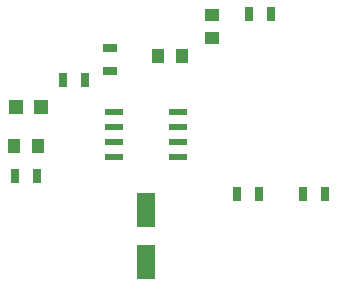
<source format=gtp>
G04 #@! TF.FileFunction,Paste,Top*
%FSLAX46Y46*%
G04 Gerber Fmt 4.6, Leading zero omitted, Abs format (unit mm)*
G04 Created by KiCad (PCBNEW 4.0.1-stable) date Tuesday, March 29, 2016 'AMt' 12:48:36 AM*
%MOMM*%
G01*
G04 APERTURE LIST*
%ADD10C,0.100000*%
%ADD11R,1.600200X2.999740*%
%ADD12R,1.000000X1.250000*%
%ADD13R,1.198880X1.198880*%
%ADD14R,1.550000X0.600000*%
%ADD15R,1.250000X1.000000*%
%ADD16R,0.700000X1.300000*%
%ADD17R,1.300000X0.700000*%
G04 APERTURE END LIST*
D10*
D11*
X136144000Y-118531640D03*
X136144000Y-114132360D03*
D12*
X139176000Y-101092000D03*
X137176000Y-101092000D03*
X124984000Y-108712000D03*
X126984000Y-108712000D03*
D13*
X125188980Y-105410000D03*
X127287020Y-105410000D03*
D14*
X133444000Y-105791000D03*
X133444000Y-107061000D03*
X133444000Y-108331000D03*
X133444000Y-109601000D03*
X138844000Y-109601000D03*
X138844000Y-108331000D03*
X138844000Y-107061000D03*
X138844000Y-105791000D03*
D15*
X141732000Y-99552000D03*
X141732000Y-97552000D03*
D16*
X125034000Y-111252000D03*
X126934000Y-111252000D03*
X149418000Y-112776000D03*
X151318000Y-112776000D03*
X143830000Y-112776000D03*
X145730000Y-112776000D03*
X130998000Y-103124000D03*
X129098000Y-103124000D03*
D17*
X133096000Y-100396000D03*
X133096000Y-102296000D03*
D16*
X144846000Y-97536000D03*
X146746000Y-97536000D03*
M02*

</source>
